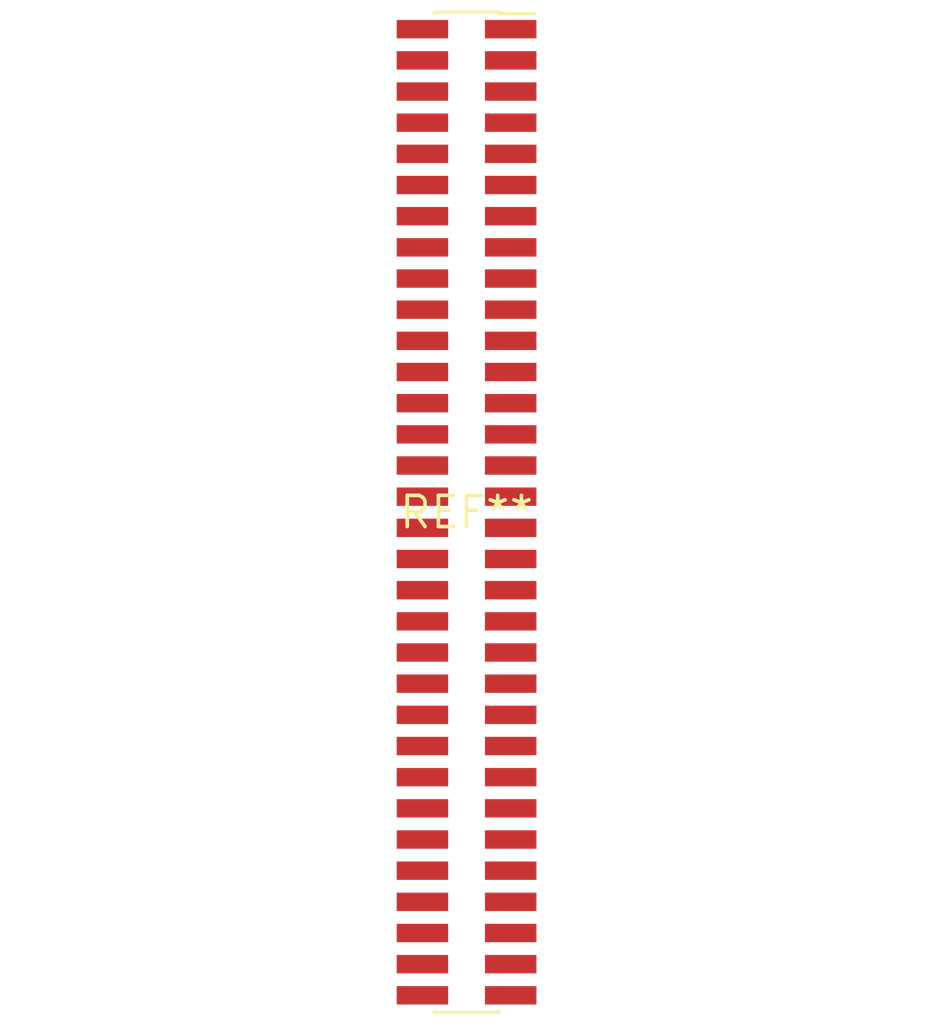
<source format=kicad_pcb>
(kicad_pcb (version 20240108) (generator pcbnew)
  (layers (0 "F.Cu" signal) (31 "B.Cu" signal) (34 "B.Paste" user) (35 "F.Paste" user) (36 "B.SilkS" user "B.Silkscreen") (37 "F.SilkS" user "F.Silkscreen") (38 "B.Mask" user) (39 "F.Mask" user) (44 "Edge.Cuts" user))
  (net 0 "")
  (footprint "PinSocket_2x32_P1.27mm_Vertical_SMD" (layer "F.Cu") (at 0 0)
    (property "Reference" "REF**")
    (property "Value" "PinSocket_2x32_P1.27mm_Vertical_SMD")
    (fp_line (start -1.33 -20.38) (end -1.33 -20.32) (layer "F.SilkS") (stroke (width 0.12)))
    (fp_line (start -1.33 -20.38) (end 1.33 -20.38) (layer "F.SilkS") (stroke (width 0.12)))
    (fp_line (start -1.33 20.32) (end -1.33 20.38) (layer "F.SilkS") (stroke (width 0.12)))
    (fp_line (start -1.33 20.38) (end 1.33 20.38) (layer "F.SilkS") (stroke (width 0.12)))
    (fp_line (start 1.33 -20.38) (end 1.33 -20.32) (layer "F.SilkS") (stroke (width 0.12)))
    (fp_line (start 1.33 -20.32) (end 2.79 -20.32) (layer "F.SilkS") (stroke (width 0.12)))
    (fp_line (start 1.33 20.32) (end 1.33 20.38) (layer "F.SilkS") (stroke (width 0.12)))
    (pad "1" smd rect (at 1.8 -19.685) (size 2.1 0.75) (layers "F.Cu" "F.Paste" "F.Mask"))
    (pad "2" smd rect (at -1.8 -19.685) (size 2.1 0.75) (layers "F.Cu" "F.Paste" "F.Mask"))
    (pad "3" smd rect (at 1.8 -18.415) (size 2.1 0.75) (layers "F.Cu" "F.Paste" "F.Mask"))
    (pad "4" smd rect (at -1.8 -18.415) (size 2.1 0.75) (layers "F.Cu" "F.Paste" "F.Mask"))
    (pad "5" smd rect (at 1.8 -17.145) (size 2.1 0.75) (layers "F.Cu" "F.Paste" "F.Mask"))
    (pad "6" smd rect (at -1.8 -17.145) (size 2.1 0.75) (layers "F.Cu" "F.Paste" "F.Mask"))
    (pad "7" smd rect (at 1.8 -15.875) (size 2.1 0.75) (layers "F.Cu" "F.Paste" "F.Mask"))
    (pad "8" smd rect (at -1.8 -15.875) (size 2.1 0.75) (layers "F.Cu" "F.Paste" "F.Mask"))
    (pad "9" smd rect (at 1.8 -14.605) (size 2.1 0.75) (layers "F.Cu" "F.Paste" "F.Mask"))
    (pad "10" smd rect (at -1.8 -14.605) (size 2.1 0.75) (layers "F.Cu" "F.Paste" "F.Mask"))
    (pad "11" smd rect (at 1.8 -13.335) (size 2.1 0.75) (layers "F.Cu" "F.Paste" "F.Mask"))
    (pad "12" smd rect (at -1.8 -13.335) (size 2.1 0.75) (layers "F.Cu" "F.Paste" "F.Mask"))
    (pad "13" smd rect (at 1.8 -12.065) (size 2.1 0.75) (layers "F.Cu" "F.Paste" "F.Mask"))
    (pad "14" smd rect (at -1.8 -12.065) (size 2.1 0.75) (layers "F.Cu" "F.Paste" "F.Mask"))
    (pad "15" smd rect (at 1.8 -10.795) (size 2.1 0.75) (layers "F.Cu" "F.Paste" "F.Mask"))
    (pad "16" smd rect (at -1.8 -10.795) (size 2.1 0.75) (layers "F.Cu" "F.Paste" "F.Mask"))
    (pad "17" smd rect (at 1.8 -9.525) (size 2.1 0.75) (layers "F.Cu" "F.Paste" "F.Mask"))
    (pad "18" smd rect (at -1.8 -9.525) (size 2.1 0.75) (layers "F.Cu" "F.Paste" "F.Mask"))
    (pad "19" smd rect (at 1.8 -8.255) (size 2.1 0.75) (layers "F.Cu" "F.Paste" "F.Mask"))
    (pad "20" smd rect (at -1.8 -8.255) (size 2.1 0.75) (layers "F.Cu" "F.Paste" "F.Mask"))
    (pad "21" smd rect (at 1.8 -6.985) (size 2.1 0.75) (layers "F.Cu" "F.Paste" "F.Mask"))
    (pad "22" smd rect (at -1.8 -6.985) (size 2.1 0.75) (layers "F.Cu" "F.Paste" "F.Mask"))
    (pad "23" smd rect (at 1.8 -5.715) (size 2.1 0.75) (layers "F.Cu" "F.Paste" "F.Mask"))
    (pad "24" smd rect (at -1.8 -5.715) (size 2.1 0.75) (layers "F.Cu" "F.Paste" "F.Mask"))
    (pad "25" smd rect (at 1.8 -4.445) (size 2.1 0.75) (layers "F.Cu" "F.Paste" "F.Mask"))
    (pad "26" smd rect (at -1.8 -4.445) (size 2.1 0.75) (layers "F.Cu" "F.Paste" "F.Mask"))
    (pad "27" smd rect (at 1.8 -3.175) (size 2.1 0.75) (layers "F.Cu" "F.Paste" "F.Mask"))
    (pad "28" smd rect (at -1.8 -3.175) (size 2.1 0.75) (layers "F.Cu" "F.Paste" "F.Mask"))
    (pad "29" smd rect (at 1.8 -1.905) (size 2.1 0.75) (layers "F.Cu" "F.Paste" "F.Mask"))
    (pad "30" smd rect (at -1.8 -1.905) (size 2.1 0.75) (layers "F.Cu" "F.Paste" "F.Mask"))
    (pad "31" smd rect (at 1.8 -0.635) (size 2.1 0.75) (layers "F.Cu" "F.Paste" "F.Mask"))
    (pad "32" smd rect (at -1.8 -0.635) (size 2.1 0.75) (layers "F.Cu" "F.Paste" "F.Mask"))
    (pad "33" smd rect (at 1.8 0.635) (size 2.1 0.75) (layers "F.Cu" "F.Paste" "F.Mask"))
    (pad "34" smd rect (at -1.8 0.635) (size 2.1 0.75) (layers "F.Cu" "F.Paste" "F.Mask"))
    (pad "35" smd rect (at 1.8 1.905) (size 2.1 0.75) (layers "F.Cu" "F.Paste" "F.Mask"))
    (pad "36" smd rect (at -1.8 1.905) (size 2.1 0.75) (layers "F.Cu" "F.Paste" "F.Mask"))
    (pad "37" smd rect (at 1.8 3.175) (size 2.1 0.75) (layers "F.Cu" "F.Paste" "F.Mask"))
    (pad "38" smd rect (at -1.8 3.175) (size 2.1 0.75) (layers "F.Cu" "F.Paste" "F.Mask"))
    (pad "39" smd rect (at 1.8 4.445) (size 2.1 0.75) (layers "F.Cu" "F.Paste" "F.Mask"))
    (pad "40" smd rect (at -1.8 4.445) (size 2.1 0.75) (layers "F.Cu" "F.Paste" "F.Mask"))
    (pad "41" smd rect (at 1.8 5.715) (size 2.1 0.75) (layers "F.Cu" "F.Paste" "F.Mask"))
    (pad "42" smd rect (at -1.8 5.715) (size 2.1 0.75) (layers "F.Cu" "F.Paste" "F.Mask"))
    (pad "43" smd rect (at 1.8 6.985) (size 2.1 0.75) (layers "F.Cu" "F.Paste" "F.Mask"))
    (pad "44" smd rect (at -1.8 6.985) (size 2.1 0.75) (layers "F.Cu" "F.Paste" "F.Mask"))
    (pad "45" smd rect (at 1.8 8.255) (size 2.1 0.75) (layers "F.Cu" "F.Paste" "F.Mask"))
    (pad "46" smd rect (at -1.8 8.255) (size 2.1 0.75) (layers "F.Cu" "F.Paste" "F.Mask"))
    (pad "47" smd rect (at 1.8 9.525) (size 2.1 0.75) (layers "F.Cu" "F.Paste" "F.Mask"))
    (pad "48" smd rect (at -1.8 9.525) (size 2.1 0.75) (layers "F.Cu" "F.Paste" "F.Mask"))
    (pad "49" smd rect (at 1.8 10.795) (size 2.1 0.75) (layers "F.Cu" "F.Paste" "F.Mask"))
    (pad "50" smd rect (at -1.8 10.795) (size 2.1 0.75) (layers "F.Cu" "F.Paste" "F.Mask"))
    (pad "51" smd rect (at 1.8 12.065) (size 2.1 0.75) (layers "F.Cu" "F.Paste" "F.Mask"))
    (pad "52" smd rect (at -1.8 12.065) (size 2.1 0.75) (layers "F.Cu" "F.Paste" "F.Mask"))
    (pad "53" smd rect (at 1.8 13.335) (size 2.1 0.75) (layers "F.Cu" "F.Paste" "F.Mask"))
    (pad "54" smd rect (at -1.8 13.335) (size 2.1 0.75) (layers "F.Cu" "F.Paste" "F.Mask"))
    (pad "55" smd rect (at 1.8 14.605) (size 2.1 0.75) (layers "F.Cu" "F.Paste" "F.Mask"))
    (pad "56" smd rect (at -1.8 14.605) (size 2.1 0.75) (layers "F.Cu" "F.Paste" "F.Mask"))
    (pad "57" smd rect (at 1.8 15.875) (size 2.1 0.75) (layers "F.Cu" "F.Paste" "F.Mask"))
    (pad "58" smd rect (at -1.8 15.875) (size 2.1 0.75) (layers "F.Cu" "F.Paste" "F.Mask"))
    (pad "59" smd rect (at 1.8 17.145) (size 2.1 0.75) (layers "F.Cu" "F.Paste" "F.Mask"))
    (pad "60" smd rect (at -1.8 17.145) (size 2.1 0.75) (layers "F.Cu" "F.Paste" "F.Mask"))
    (pad "61" smd rect (at 1.8 18.415) (size 2.1 0.75) (layers "F.Cu" "F.Paste" "F.Mask"))
    (pad "62" smd rect (at -1.8 18.415) (size 2.1 0.75) (layers "F.Cu" "F.Paste" "F.Mask"))
    (pad "63" smd rect (at 1.8 19.685) (size 2.1 0.75) (layers "F.Cu" "F.Paste" "F.Mask"))
    (pad "64" smd rect (at -1.8 19.685) (size 2.1 0.75) (layers "F.Cu" "F.Paste" "F.Mask"))
  )
)
</source>
